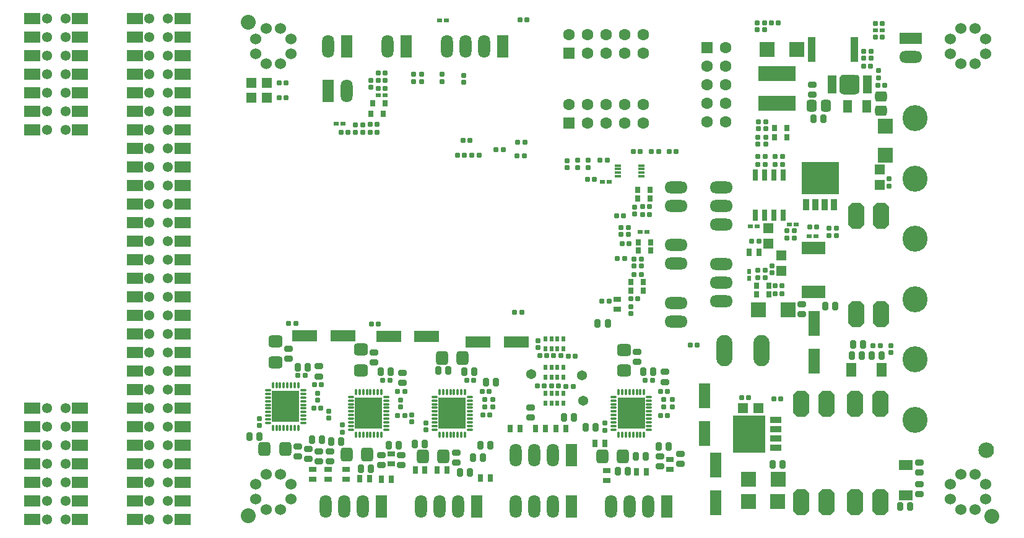
<source format=gts>
G04 Layer_Color=8388736*
%FSLAX25Y25*%
%MOIN*%
G70*
G01*
G75*
%ADD39C,0.06000*%
%ADD101C,0.03000*%
%ADD106C,0.08400*%
%ADD182C,0.06305*%
%ADD183R,0.08668X0.06305*%
G04:AMPARAMS|DCode=184|XSize=26mil|YSize=28mil|CornerRadius=6.4mil|HoleSize=0mil|Usage=FLASHONLY|Rotation=180.000|XOffset=0mil|YOffset=0mil|HoleType=Round|Shape=RoundedRectangle|*
%AMROUNDEDRECTD184*
21,1,0.02600,0.01520,0,0,180.0*
21,1,0.01320,0.02800,0,0,180.0*
1,1,0.01280,-0.00660,0.00760*
1,1,0.01280,0.00660,0.00760*
1,1,0.01280,0.00660,-0.00760*
1,1,0.01280,-0.00660,-0.00760*
%
%ADD184ROUNDEDRECTD184*%
G04:AMPARAMS|DCode=185|XSize=27.62mil|YSize=28mil|CornerRadius=6.72mil|HoleSize=0mil|Usage=FLASHONLY|Rotation=90.000|XOffset=0mil|YOffset=0mil|HoleType=Round|Shape=RoundedRectangle|*
%AMROUNDEDRECTD185*
21,1,0.02762,0.01455,0,0,90.0*
21,1,0.01417,0.02800,0,0,90.0*
1,1,0.01345,0.00728,0.00709*
1,1,0.01345,0.00728,-0.00709*
1,1,0.01345,-0.00728,-0.00709*
1,1,0.01345,-0.00728,0.00709*
%
%ADD185ROUNDEDRECTD185*%
G04:AMPARAMS|DCode=186|XSize=109mil|YSize=109mil|CornerRadius=28.25mil|HoleSize=0mil|Usage=FLASHONLY|Rotation=180.000|XOffset=0mil|YOffset=0mil|HoleType=Round|Shape=RoundedRectangle|*
%AMROUNDEDRECTD186*
21,1,0.10900,0.05250,0,0,180.0*
21,1,0.05250,0.10900,0,0,180.0*
1,1,0.05650,-0.02625,0.02625*
1,1,0.05650,0.02625,0.02625*
1,1,0.05650,0.02625,-0.02625*
1,1,0.05650,-0.02625,-0.02625*
%
%ADD186ROUNDEDRECTD186*%
%ADD187R,0.04816X0.01965*%
%ADD188R,0.03550X0.01565*%
%ADD189R,0.03038X0.03865*%
%ADD190R,0.02565X0.02368*%
%ADD191R,0.02368X0.02565*%
%ADD192R,0.03865X0.03038*%
G04:AMPARAMS|DCode=193|XSize=26mil|YSize=28mil|CornerRadius=6.4mil|HoleSize=0mil|Usage=FLASHONLY|Rotation=270.000|XOffset=0mil|YOffset=0mil|HoleType=Round|Shape=RoundedRectangle|*
%AMROUNDEDRECTD193*
21,1,0.02600,0.01520,0,0,270.0*
21,1,0.01320,0.02800,0,0,270.0*
1,1,0.01280,-0.00760,-0.00660*
1,1,0.01280,-0.00760,0.00660*
1,1,0.01280,0.00760,0.00660*
1,1,0.01280,0.00760,-0.00660*
%
%ADD193ROUNDEDRECTD193*%
%ADD194R,0.03200X0.06000*%
%ADD195R,0.20100X0.17400*%
%ADD196R,0.17400X0.20100*%
%ADD197R,0.06000X0.03200*%
G04:AMPARAMS|DCode=198|XSize=33.13mil|YSize=43.37mil|CornerRadius=7.83mil|HoleSize=0mil|Usage=FLASHONLY|Rotation=180.000|XOffset=0mil|YOffset=0mil|HoleType=Round|Shape=RoundedRectangle|*
%AMROUNDEDRECTD198*
21,1,0.03313,0.02772,0,0,180.0*
21,1,0.01748,0.04337,0,0,180.0*
1,1,0.01565,-0.00874,0.01386*
1,1,0.01565,0.00874,0.01386*
1,1,0.01565,0.00874,-0.01386*
1,1,0.01565,-0.00874,-0.01386*
%
%ADD198ROUNDEDRECTD198*%
G04:AMPARAMS|DCode=199|XSize=33.13mil|YSize=43.37mil|CornerRadius=7.83mil|HoleSize=0mil|Usage=FLASHONLY|Rotation=270.000|XOffset=0mil|YOffset=0mil|HoleType=Round|Shape=RoundedRectangle|*
%AMROUNDEDRECTD199*
21,1,0.03313,0.02772,0,0,270.0*
21,1,0.01748,0.04337,0,0,270.0*
1,1,0.01565,-0.01386,-0.00874*
1,1,0.01565,-0.01386,0.00874*
1,1,0.01565,0.01386,0.00874*
1,1,0.01565,0.01386,-0.00874*
%
%ADD199ROUNDEDRECTD199*%
%ADD200R,0.05912X0.13786*%
%ADD201R,0.13786X0.05912*%
G04:AMPARAMS|DCode=202|XSize=56mil|YSize=64mil|CornerRadius=15mil|HoleSize=0mil|Usage=FLASHONLY|Rotation=0.000|XOffset=0mil|YOffset=0mil|HoleType=Round|Shape=RoundedRectangle|*
%AMROUNDEDRECTD202*
21,1,0.05600,0.03400,0,0,0.0*
21,1,0.02600,0.06400,0,0,0.0*
1,1,0.03000,0.01300,-0.01700*
1,1,0.03000,-0.01300,-0.01700*
1,1,0.03000,-0.01300,0.01700*
1,1,0.03000,0.01300,0.01700*
%
%ADD202ROUNDEDRECTD202*%
G04:AMPARAMS|DCode=203|XSize=56mil|YSize=64mil|CornerRadius=15mil|HoleSize=0mil|Usage=FLASHONLY|Rotation=270.000|XOffset=0mil|YOffset=0mil|HoleType=Round|Shape=RoundedRectangle|*
%AMROUNDEDRECTD203*
21,1,0.05600,0.03400,0,0,270.0*
21,1,0.02600,0.06400,0,0,270.0*
1,1,0.03000,-0.01700,-0.01300*
1,1,0.03000,-0.01700,0.01300*
1,1,0.03000,0.01700,0.01300*
1,1,0.03000,0.01700,-0.01300*
%
%ADD203ROUNDEDRECTD203*%
%ADD204R,0.04731X0.07093*%
G04:AMPARAMS|DCode=205|XSize=67mil|YSize=75mil|CornerRadius=17.75mil|HoleSize=0mil|Usage=FLASHONLY|Rotation=180.000|XOffset=0mil|YOffset=0mil|HoleType=Round|Shape=RoundedRectangle|*
%AMROUNDEDRECTD205*
21,1,0.06700,0.03950,0,0,180.0*
21,1,0.03150,0.07500,0,0,180.0*
1,1,0.03550,-0.01575,0.01975*
1,1,0.03550,0.01575,0.01975*
1,1,0.03550,0.01575,-0.01975*
1,1,0.03550,-0.01575,-0.01975*
%
%ADD205ROUNDEDRECTD205*%
G04:AMPARAMS|DCode=206|XSize=67mil|YSize=75mil|CornerRadius=17.75mil|HoleSize=0mil|Usage=FLASHONLY|Rotation=90.000|XOffset=0mil|YOffset=0mil|HoleType=Round|Shape=RoundedRectangle|*
%AMROUNDEDRECTD206*
21,1,0.06700,0.03950,0,0,90.0*
21,1,0.03150,0.07500,0,0,90.0*
1,1,0.03550,0.01975,0.01575*
1,1,0.03550,0.01975,-0.01575*
1,1,0.03550,-0.01975,-0.01575*
1,1,0.03550,-0.01975,0.01575*
%
%ADD206ROUNDEDRECTD206*%
%ADD207R,0.02400X0.03000*%
%ADD208R,0.03943X0.13392*%
G04:AMPARAMS|DCode=209|XSize=80mil|YSize=80mil|CornerRadius=40mil|HoleSize=0mil|Usage=FLASHONLY|Rotation=0.000|XOffset=0mil|YOffset=0mil|HoleType=Round|Shape=RoundedRectangle|*
%AMROUNDEDRECTD209*
21,1,0.08000,0.00000,0,0,0.0*
21,1,0.00000,0.08000,0,0,0.0*
1,1,0.08000,0.00000,0.00000*
1,1,0.08000,0.00000,0.00000*
1,1,0.08000,0.00000,0.00000*
1,1,0.08000,0.00000,0.00000*
%
%ADD209ROUNDEDRECTD209*%
%ADD210R,0.02800X0.06400*%
%ADD211R,0.05200X0.05200*%
%ADD212R,0.05833X0.07487*%
%ADD213R,0.02762X0.03550*%
%ADD214R,0.08300X0.08300*%
%ADD215R,0.08300X0.08300*%
%ADD216R,0.13000X0.06700*%
%ADD217R,0.20479X0.08215*%
%ADD218R,0.05200X0.05200*%
G04:AMPARAMS|DCode=219|XSize=54mil|YSize=54mil|CornerRadius=27mil|HoleSize=0mil|Usage=FLASHONLY|Rotation=270.000|XOffset=0mil|YOffset=0mil|HoleType=Round|Shape=RoundedRectangle|*
%AMROUNDEDRECTD219*
21,1,0.05400,0.00000,0,0,270.0*
21,1,0.00000,0.05400,0,0,270.0*
1,1,0.05400,0.00000,0.00000*
1,1,0.05400,0.00000,0.00000*
1,1,0.05400,0.00000,0.00000*
1,1,0.05400,0.00000,0.00000*
%
%ADD219ROUNDEDRECTD219*%
%ADD220R,0.07487X0.05833*%
%ADD221R,0.14573X0.16542*%
%ADD222O,0.01384X0.03747*%
%ADD223O,0.03747X0.01384*%
%ADD224C,0.05439*%
%ADD225O,0.13400X0.14000*%
%ADD226R,0.06305X0.06305*%
%ADD227C,0.06305*%
%ADD228O,0.06400X0.12400*%
%ADD229R,0.06400X0.12400*%
%ADD230R,0.06305X0.06305*%
%ADD231O,0.12400X0.06400*%
%ADD232O,0.08650X0.16900*%
G04:AMPARAMS|DCode=233|XSize=137mil|YSize=87mil|CornerRadius=0mil|HoleSize=0mil|Usage=FLASHONLY|Rotation=270.000|XOffset=0mil|YOffset=0mil|HoleType=Round|Shape=Octagon|*
%AMOCTAGOND233*
4,1,8,-0.02175,-0.06850,0.02175,-0.06850,0.04350,-0.04675,0.04350,0.04675,0.02175,0.06850,-0.02175,0.06850,-0.04350,0.04675,-0.04350,-0.04675,-0.02175,-0.06850,0.0*
%
%ADD233OCTAGOND233*%

%ADD234R,0.12400X0.06400*%
%ADD235C,0.02600*%
G54D39*
X540453Y15773D02*
D03*
Y23647D02*
D03*
X534941Y29159D02*
D03*
X527067D02*
D03*
X521555Y23647D02*
D03*
Y15773D02*
D03*
X527067Y10261D02*
D03*
X534941D02*
D03*
X540453Y255931D02*
D03*
Y263805D02*
D03*
X534941Y269317D02*
D03*
X527067D02*
D03*
X521555Y263805D02*
D03*
Y255931D02*
D03*
X527067Y250419D02*
D03*
X534941D02*
D03*
X166437Y255931D02*
D03*
Y263805D02*
D03*
X160925Y269317D02*
D03*
X153051D02*
D03*
X147539Y263805D02*
D03*
Y255931D02*
D03*
X153051Y250419D02*
D03*
X160925D02*
D03*
X166437Y15773D02*
D03*
Y23647D02*
D03*
X160925Y29159D02*
D03*
X153051D02*
D03*
X147539Y23647D02*
D03*
Y15773D02*
D03*
X153051Y10261D02*
D03*
X160925D02*
D03*
G54D101*
X455491Y182877D02*
D03*
X459491D02*
D03*
Y186877D02*
D03*
X455491D02*
D03*
Y190877D02*
D03*
X459491D02*
D03*
Y194877D02*
D03*
X455491D02*
D03*
X447491D02*
D03*
X443491D02*
D03*
Y190877D02*
D03*
X447491D02*
D03*
Y186877D02*
D03*
X443491D02*
D03*
Y182877D02*
D03*
X447491D02*
D03*
X451491D02*
D03*
Y186877D02*
D03*
Y194877D02*
D03*
Y190877D02*
D03*
X410959Y50768D02*
D03*
X406959D02*
D03*
X414959D02*
D03*
X418959D02*
D03*
Y46768D02*
D03*
Y42768D02*
D03*
X414959D02*
D03*
Y46768D02*
D03*
X410959D02*
D03*
Y42768D02*
D03*
X406959D02*
D03*
Y46768D02*
D03*
Y54768D02*
D03*
Y58768D02*
D03*
X410959D02*
D03*
Y54768D02*
D03*
X414959D02*
D03*
Y58768D02*
D03*
X418959D02*
D03*
Y54768D02*
D03*
X159309Y72102D02*
D03*
X167971Y59109D02*
D03*
X163640D02*
D03*
X159309D02*
D03*
X167971Y63440D02*
D03*
X163640D02*
D03*
X159309D02*
D03*
X167971Y67771D02*
D03*
X163640D02*
D03*
X159309D02*
D03*
X167971Y72102D02*
D03*
X163640D02*
D03*
X208378Y68502D02*
D03*
X212709D02*
D03*
X204047Y64171D02*
D03*
X208378D02*
D03*
X212709D02*
D03*
X204047Y59840D02*
D03*
X208378D02*
D03*
X212709D02*
D03*
X204047Y55510D02*
D03*
X208378D02*
D03*
X212709D02*
D03*
X204047Y68502D02*
D03*
X249047D02*
D03*
X257709Y55510D02*
D03*
X253378D02*
D03*
X249047D02*
D03*
X257709Y59840D02*
D03*
X253378D02*
D03*
X249047D02*
D03*
X257709Y64171D02*
D03*
X253378D02*
D03*
X249047D02*
D03*
X257709Y68502D02*
D03*
X253378D02*
D03*
X349778D02*
D03*
X354109D02*
D03*
X345447Y64171D02*
D03*
X349778D02*
D03*
X354109D02*
D03*
X345447Y59840D02*
D03*
X349778D02*
D03*
X354109D02*
D03*
X345447Y55510D02*
D03*
X349778D02*
D03*
X354109D02*
D03*
X345447Y68502D02*
D03*
G54D106*
X540945Y42151D02*
D03*
G54D182*
X400547Y219171D02*
D03*
Y229171D02*
D03*
Y239171D02*
D03*
Y249171D02*
D03*
Y259171D02*
D03*
G54D183*
X27343Y274828D02*
D03*
X52933D02*
D03*
X27343Y264828D02*
D03*
X52933D02*
D03*
X27343Y254828D02*
D03*
X52933D02*
D03*
X27343Y244828D02*
D03*
X52933D02*
D03*
X27343Y234828D02*
D03*
X52933D02*
D03*
X27343Y224828D02*
D03*
X52933D02*
D03*
X27343Y214828D02*
D03*
X52933D02*
D03*
X82480Y64828D02*
D03*
X108071D02*
D03*
X82480Y54828D02*
D03*
X108071D02*
D03*
X82480Y44828D02*
D03*
X108071D02*
D03*
X82480Y34828D02*
D03*
X108071D02*
D03*
X82480Y24828D02*
D03*
X108071D02*
D03*
X82480Y14828D02*
D03*
X108071D02*
D03*
X82480Y4828D02*
D03*
X108071D02*
D03*
X82500Y134828D02*
D03*
X108091D02*
D03*
X82500Y124828D02*
D03*
X108091D02*
D03*
X82500Y114828D02*
D03*
X108091D02*
D03*
X82500Y104828D02*
D03*
X108091D02*
D03*
X82500Y94828D02*
D03*
X108091D02*
D03*
X82500Y84828D02*
D03*
X108091D02*
D03*
X82500Y74828D02*
D03*
X108091D02*
D03*
X82500Y204828D02*
D03*
X108091D02*
D03*
X82500Y194828D02*
D03*
X108091D02*
D03*
X82500Y184828D02*
D03*
X108091D02*
D03*
X82500Y174828D02*
D03*
X108091D02*
D03*
X82500Y164828D02*
D03*
X108091D02*
D03*
X82500Y154828D02*
D03*
X108091D02*
D03*
X82500Y144828D02*
D03*
X108091D02*
D03*
X82500Y274828D02*
D03*
X108091D02*
D03*
X82500Y264828D02*
D03*
X108091D02*
D03*
X82500Y254828D02*
D03*
X108091D02*
D03*
X82500Y244828D02*
D03*
X108091D02*
D03*
X82500Y234828D02*
D03*
X108091D02*
D03*
X82500Y224828D02*
D03*
X108091D02*
D03*
X82500Y214828D02*
D03*
X108091D02*
D03*
X27343Y64828D02*
D03*
X52933D02*
D03*
X27343Y54828D02*
D03*
X52933D02*
D03*
X27343Y44828D02*
D03*
X52933D02*
D03*
X27343Y34828D02*
D03*
X52933D02*
D03*
X27343Y24828D02*
D03*
X52933D02*
D03*
X27343Y14828D02*
D03*
X52933D02*
D03*
X27343Y4828D02*
D03*
X52933D02*
D03*
G54D184*
X480003Y98525D02*
D03*
X483793D02*
D03*
X433688Y160400D02*
D03*
X437478D02*
D03*
X259968Y201200D02*
D03*
X256178D02*
D03*
X344788Y153300D02*
D03*
X348578D02*
D03*
X433688Y156500D02*
D03*
X437478D02*
D03*
X430948Y130700D02*
D03*
X427178D02*
D03*
X369248Y60600D02*
D03*
X365478D02*
D03*
X357378Y79800D02*
D03*
X361148D02*
D03*
X365408Y73900D02*
D03*
X369178D02*
D03*
X269878Y61000D02*
D03*
X273648D02*
D03*
X261078Y79700D02*
D03*
X264848D02*
D03*
X273378Y73900D02*
D03*
X269608D02*
D03*
X227748Y60800D02*
D03*
X223978D02*
D03*
X215978Y79700D02*
D03*
X219748D02*
D03*
X223946Y73800D02*
D03*
X227716D02*
D03*
X474778Y249200D02*
D03*
X478548D02*
D03*
X344308Y162100D02*
D03*
X348078D02*
D03*
X299070Y76644D02*
D03*
X302840D02*
D03*
X304235Y92983D02*
D03*
X300465D02*
D03*
X306846Y76644D02*
D03*
X310616D02*
D03*
X311716Y92983D02*
D03*
X307946D02*
D03*
X318421Y76546D02*
D03*
X314651D02*
D03*
X315751Y92884D02*
D03*
X319521D02*
D03*
X345502Y168529D02*
D03*
X341732D02*
D03*
X182648Y64600D02*
D03*
X178878D02*
D03*
X170378Y82300D02*
D03*
X174148D02*
D03*
X179208Y77400D02*
D03*
X182978D02*
D03*
X385178Y98800D02*
D03*
X381408D02*
D03*
X293548Y274200D02*
D03*
X289778D02*
D03*
X425178Y272400D02*
D03*
X428948D02*
D03*
X205103Y217525D02*
D03*
X201313D02*
D03*
X213503Y241425D02*
D03*
X217293D02*
D03*
X213503Y245525D02*
D03*
X217293D02*
D03*
X217303Y237225D02*
D03*
X213513D02*
D03*
X481178Y264600D02*
D03*
X484968D02*
D03*
X484978Y272000D02*
D03*
X481188D02*
D03*
X427178Y126400D02*
D03*
X430968D02*
D03*
X349588Y123600D02*
D03*
X353378D02*
D03*
X344278Y158300D02*
D03*
X348068D02*
D03*
X417978Y135200D02*
D03*
X421768D02*
D03*
X421778Y139200D02*
D03*
X417988D02*
D03*
X209103Y213525D02*
D03*
X212873D02*
D03*
X197303Y213425D02*
D03*
X193533D02*
D03*
X482388Y238700D02*
D03*
X486178D02*
D03*
X427303Y200325D02*
D03*
X431093D02*
D03*
X355778Y173400D02*
D03*
X359568D02*
D03*
X414613Y154925D02*
D03*
X418403D02*
D03*
X326103Y188025D02*
D03*
X329893D02*
D03*
X445888Y162300D02*
D03*
X449678D02*
D03*
X336778Y198500D02*
D03*
X332988D02*
D03*
X426588Y69700D02*
D03*
X430378D02*
D03*
X409078Y70300D02*
D03*
X412868D02*
D03*
X351288Y136900D02*
D03*
X355078D02*
D03*
X163878Y232000D02*
D03*
X160088D02*
D03*
X359568Y169200D02*
D03*
X355778D02*
D03*
X421793Y200325D02*
D03*
X418003D02*
D03*
X431103Y196025D02*
D03*
X427313D02*
D03*
X418013D02*
D03*
X421803D02*
D03*
X354678Y203000D02*
D03*
X350888D02*
D03*
X205103Y213425D02*
D03*
X201313D02*
D03*
X212893Y217625D02*
D03*
X209103D02*
D03*
X163903Y240100D02*
D03*
X160113D02*
D03*
X209911Y109941D02*
D03*
X213701D02*
D03*
X169103Y110325D02*
D03*
X165313D02*
D03*
X346078Y145350D02*
D03*
X342288D02*
D03*
X280778Y204200D02*
D03*
X276988D02*
D03*
X290748Y116400D02*
D03*
X286958D02*
D03*
X333978Y122400D02*
D03*
X337768D02*
D03*
X288303Y200725D02*
D03*
X292093D02*
D03*
X288703Y208025D02*
D03*
X292493D02*
D03*
X267778Y201100D02*
D03*
X263988D02*
D03*
X262978Y209200D02*
D03*
X259188D02*
D03*
X364478Y203200D02*
D03*
X360688D02*
D03*
X373878Y203100D02*
D03*
X370088D02*
D03*
G54D185*
X489603Y98425D02*
D03*
Y94635D02*
D03*
G54D186*
X467346Y239258D02*
D03*
G54D187*
X476795Y235320D02*
D03*
Y237289D02*
D03*
Y239258D02*
D03*
Y241226D02*
D03*
Y243195D02*
D03*
X457898Y235320D02*
D03*
Y237289D02*
D03*
Y239258D02*
D03*
Y241226D02*
D03*
Y243195D02*
D03*
G54D188*
X355102Y189672D02*
D03*
Y191641D02*
D03*
Y193609D02*
D03*
Y195578D02*
D03*
X342504Y189672D02*
D03*
Y191641D02*
D03*
Y193609D02*
D03*
Y195578D02*
D03*
G54D189*
X418421Y148725D02*
D03*
X413185D02*
D03*
X352660Y30300D02*
D03*
X357896D02*
D03*
X309160Y53800D02*
D03*
X314396D02*
D03*
X298260D02*
D03*
X303496D02*
D03*
X284560D02*
D03*
X289796D02*
D03*
X250421Y31425D02*
D03*
X245185D02*
D03*
X335596Y45600D02*
D03*
X330360D02*
D03*
X203685Y26625D02*
D03*
X208921D02*
D03*
X215285Y26525D02*
D03*
X220521D02*
D03*
X233385Y31425D02*
D03*
X238621D02*
D03*
X268685Y27025D02*
D03*
X273921D02*
D03*
G54D190*
X413833Y162825D02*
D03*
X417573D02*
D03*
X246608Y273850D02*
D03*
X250348D02*
D03*
X190808Y217950D02*
D03*
X194548D02*
D03*
X358248Y159600D02*
D03*
X354508D02*
D03*
X434933Y163925D02*
D03*
X438673D02*
D03*
X449348Y157500D02*
D03*
X445608D02*
D03*
X213533Y233425D02*
D03*
X217273D02*
D03*
X334058Y186600D02*
D03*
X337798D02*
D03*
X481108Y268300D02*
D03*
X484848D02*
D03*
G54D191*
X413303Y138495D02*
D03*
Y134755D02*
D03*
G54D192*
X370678Y37118D02*
D03*
Y31882D02*
D03*
X336578Y31018D02*
D03*
Y25782D02*
D03*
X186603Y31643D02*
D03*
Y26407D02*
D03*
X342178Y118082D02*
D03*
Y123318D02*
D03*
X178303Y31643D02*
D03*
Y26407D02*
D03*
X196103Y31625D02*
D03*
Y26389D02*
D03*
X220603Y39943D02*
D03*
Y34707D02*
D03*
G54D193*
X460303Y161615D02*
D03*
Y157825D02*
D03*
X456203Y161615D02*
D03*
Y157825D02*
D03*
X422078Y215450D02*
D03*
Y219220D02*
D03*
X367078Y69270D02*
D03*
Y65500D02*
D03*
X335578Y56684D02*
D03*
Y52914D02*
D03*
X270768Y69291D02*
D03*
Y65521D02*
D03*
X239178Y53030D02*
D03*
Y56800D02*
D03*
X225687Y69152D02*
D03*
Y65382D02*
D03*
X194078Y55700D02*
D03*
Y51930D02*
D03*
X180978Y69100D02*
D03*
Y72870D02*
D03*
X149478Y55330D02*
D03*
Y59100D02*
D03*
X209403Y237725D02*
D03*
Y241515D02*
D03*
X418078Y219240D02*
D03*
Y215450D02*
D03*
X417403Y268635D02*
D03*
Y272425D02*
D03*
X421403Y268635D02*
D03*
Y272425D02*
D03*
X351178Y141410D02*
D03*
Y145200D02*
D03*
X422128Y207000D02*
D03*
Y210790D02*
D03*
X236803Y244625D02*
D03*
Y240855D02*
D03*
X371878Y69300D02*
D03*
Y65510D02*
D03*
X275378D02*
D03*
Y69300D02*
D03*
X231678Y61200D02*
D03*
Y57410D02*
D03*
X478978Y257190D02*
D03*
Y253400D02*
D03*
X474978Y253410D02*
D03*
Y257200D02*
D03*
X482778Y242910D02*
D03*
Y246700D02*
D03*
X351578Y173190D02*
D03*
Y169400D02*
D03*
X349578Y115800D02*
D03*
Y119590D02*
D03*
X355278Y141410D02*
D03*
Y145200D02*
D03*
X425578Y137700D02*
D03*
Y141490D02*
D03*
X488603Y184535D02*
D03*
Y188325D02*
D03*
X186778Y63200D02*
D03*
Y59410D02*
D03*
X418028Y207000D02*
D03*
Y210790D02*
D03*
X232703Y244625D02*
D03*
Y240835D02*
D03*
X299703Y97325D02*
D03*
Y101115D02*
D03*
X248003Y240825D02*
D03*
Y244615D02*
D03*
X326678Y198300D02*
D03*
Y194510D02*
D03*
X320978Y198300D02*
D03*
Y194510D02*
D03*
X315178Y198200D02*
D03*
Y194410D02*
D03*
X259603Y244225D02*
D03*
Y240435D02*
D03*
G54D194*
X443991Y174338D02*
D03*
X448991D02*
D03*
X453991D02*
D03*
X458991D02*
D03*
G54D195*
X451491Y188777D02*
D03*
G54D196*
X413059Y50768D02*
D03*
G54D197*
X427498Y58268D02*
D03*
Y53268D02*
D03*
Y48268D02*
D03*
Y43268D02*
D03*
G54D198*
X352101Y38900D02*
D03*
X357455D02*
D03*
X330555Y54300D02*
D03*
X325201D02*
D03*
X347855Y30700D02*
D03*
X342501D02*
D03*
X361455Y84500D02*
D03*
X356101D02*
D03*
X364501Y44100D02*
D03*
X369855D02*
D03*
X233301Y45500D02*
D03*
X238655D02*
D03*
X264401Y38200D02*
D03*
X269755D02*
D03*
X246001Y85100D02*
D03*
X251355D02*
D03*
X318855Y59700D02*
D03*
X313501D02*
D03*
X271401Y78700D02*
D03*
X276755D02*
D03*
X259801Y84400D02*
D03*
X265155D02*
D03*
X273855Y44800D02*
D03*
X268501D02*
D03*
X214901Y84400D02*
D03*
X220255D02*
D03*
X224655Y44700D02*
D03*
X219301D02*
D03*
X209655Y32000D02*
D03*
X204301D02*
D03*
X193580Y46925D02*
D03*
X188226D02*
D03*
X257501Y30200D02*
D03*
X262855D02*
D03*
X469351Y98950D02*
D03*
X474706D02*
D03*
X468601Y93200D02*
D03*
X473955D02*
D03*
X479301D02*
D03*
X484655D02*
D03*
X453355Y220700D02*
D03*
X448001D02*
D03*
X459655Y119700D02*
D03*
X454301D02*
D03*
X431155Y34400D02*
D03*
X425801D02*
D03*
X170301Y86900D02*
D03*
X175655D02*
D03*
X183255Y47900D02*
D03*
X177901D02*
D03*
X149555Y49500D02*
D03*
X144201D02*
D03*
X337055Y110500D02*
D03*
X331701D02*
D03*
X499955Y11800D02*
D03*
X494601D02*
D03*
G54D199*
X352778Y94977D02*
D03*
Y89623D02*
D03*
X365078Y38700D02*
D03*
Y33346D02*
D03*
X376278Y40077D02*
D03*
Y34723D02*
D03*
X367878Y84277D02*
D03*
Y78923D02*
D03*
X255503Y35548D02*
D03*
Y40902D02*
D03*
X295478Y59723D02*
D03*
Y65077D02*
D03*
X215203Y33948D02*
D03*
Y39302D02*
D03*
X211178Y94877D02*
D03*
Y89523D02*
D03*
X226003Y33948D02*
D03*
Y39302D02*
D03*
X226478Y83877D02*
D03*
Y78523D02*
D03*
X441578Y120677D02*
D03*
Y115323D02*
D03*
X447178Y233823D02*
D03*
Y239177D02*
D03*
X170178Y44177D02*
D03*
Y38823D02*
D03*
X175878Y37423D02*
D03*
Y42777D02*
D03*
X165178Y96777D02*
D03*
Y91423D02*
D03*
X181628Y36046D02*
D03*
Y41400D02*
D03*
X187428Y41377D02*
D03*
Y36023D02*
D03*
X181578Y81923D02*
D03*
Y87277D02*
D03*
X504978Y35477D02*
D03*
Y30123D02*
D03*
Y23677D02*
D03*
Y18323D02*
D03*
G54D200*
X395178Y34236D02*
D03*
Y13764D02*
D03*
X389278Y71436D02*
D03*
Y50964D02*
D03*
X448378Y110436D02*
D03*
Y89964D02*
D03*
G54D201*
X267305Y100500D02*
D03*
X287778D02*
D03*
X219103Y103325D02*
D03*
X239576D02*
D03*
X173942Y103700D02*
D03*
X194414D02*
D03*
G54D202*
X446938Y227600D02*
D03*
X454478D02*
D03*
G54D203*
X484378Y225200D02*
D03*
Y232740D02*
D03*
G54D204*
X476594Y227500D02*
D03*
X466161D02*
D03*
G54D205*
X334178Y38800D02*
D03*
X345376D02*
D03*
X247805Y91925D02*
D03*
X259003D02*
D03*
X207602Y39625D02*
D03*
X196403D02*
D03*
X237503Y38725D02*
D03*
X248702D02*
D03*
X152278Y42700D02*
D03*
X163476D02*
D03*
G54D206*
X345903Y96225D02*
D03*
Y85027D02*
D03*
X204378Y85202D02*
D03*
Y96400D02*
D03*
X158378Y89402D02*
D03*
Y100600D02*
D03*
G54D207*
X313175Y67350D02*
D03*
X310025D02*
D03*
X306850D02*
D03*
X303650D02*
D03*
Y72707D02*
D03*
X306850D02*
D03*
X310025D02*
D03*
X313175D02*
D03*
Y86683D02*
D03*
X310025D02*
D03*
X306850D02*
D03*
X303650D02*
D03*
Y81326D02*
D03*
X306850D02*
D03*
X310025D02*
D03*
X313175D02*
D03*
Y96877D02*
D03*
X310025D02*
D03*
X306850D02*
D03*
X303650D02*
D03*
Y102235D02*
D03*
X306850D02*
D03*
X310025D02*
D03*
X313175D02*
D03*
G54D208*
X446764Y258100D02*
D03*
X469992D02*
D03*
G54D209*
X143701Y6816D02*
D03*
X543996Y6423D02*
D03*
X143701Y272860D02*
D03*
G54D210*
X416678Y168715D02*
D03*
X421678D02*
D03*
X431678D02*
D03*
X416678Y190442D02*
D03*
X421678D02*
D03*
X431678D02*
D03*
X426678Y168715D02*
D03*
Y190442D02*
D03*
G54D211*
X153512Y240100D02*
D03*
X145178D02*
D03*
X153512Y232100D02*
D03*
X145178D02*
D03*
X409744Y64600D02*
D03*
X418078D02*
D03*
G54D212*
X484588Y85400D02*
D03*
X468368D02*
D03*
G54D213*
X360124Y154200D02*
D03*
X353432D02*
D03*
X353232Y182300D02*
D03*
X359924D02*
D03*
X353232Y177700D02*
D03*
X359924D02*
D03*
X360124Y149600D02*
D03*
X353432D02*
D03*
X349485Y128000D02*
D03*
X356178D02*
D03*
X349431Y132600D02*
D03*
X356124D02*
D03*
X426757Y210725D02*
D03*
X433450D02*
D03*
X417232Y126200D02*
D03*
X423924D02*
D03*
X417232Y130800D02*
D03*
X423924D02*
D03*
X426757Y215625D02*
D03*
X433450D02*
D03*
X209457Y223325D02*
D03*
X216150D02*
D03*
X210657Y229225D02*
D03*
X217350D02*
D03*
G54D214*
X438778Y258100D02*
D03*
X423004D02*
D03*
X412950Y26368D02*
D03*
X428724D02*
D03*
X418378Y117900D02*
D03*
X434152D02*
D03*
X428633Y14383D02*
D03*
X412859D02*
D03*
G54D215*
X486603Y216825D02*
D03*
Y201051D02*
D03*
G54D216*
X447811Y151119D02*
D03*
Y127408D02*
D03*
G54D217*
X428078Y229226D02*
D03*
Y244974D02*
D03*
G54D218*
X430578Y138766D02*
D03*
Y147100D02*
D03*
X423703Y153291D02*
D03*
Y161625D02*
D03*
X483603Y185091D02*
D03*
Y193425D02*
D03*
G54D219*
X323278Y82400D02*
D03*
X323978Y68700D02*
D03*
X295950Y83140D02*
D03*
G54D220*
X497578Y17790D02*
D03*
Y34010D02*
D03*
G54D221*
X163640Y65605D02*
D03*
X208378Y62006D02*
D03*
X253378D02*
D03*
X349778D02*
D03*
G54D222*
X156750Y77121D02*
D03*
X158719D02*
D03*
X160687D02*
D03*
X162656D02*
D03*
X164624D02*
D03*
X166593D02*
D03*
X168561D02*
D03*
X170530D02*
D03*
Y54090D02*
D03*
X168561D02*
D03*
X166593D02*
D03*
X164624D02*
D03*
X162656D02*
D03*
X160687D02*
D03*
X158719D02*
D03*
X156750D02*
D03*
X201488Y50490D02*
D03*
X203457D02*
D03*
X205425D02*
D03*
X207394D02*
D03*
X209362D02*
D03*
X211331D02*
D03*
X213299D02*
D03*
X215268D02*
D03*
Y73521D02*
D03*
X213299D02*
D03*
X211331D02*
D03*
X209362D02*
D03*
X207394D02*
D03*
X205425D02*
D03*
X203457D02*
D03*
X201488D02*
D03*
X246488D02*
D03*
X248457D02*
D03*
X250425D02*
D03*
X252394D02*
D03*
X254362D02*
D03*
X256331D02*
D03*
X258299D02*
D03*
X260268D02*
D03*
Y50490D02*
D03*
X258299D02*
D03*
X256331D02*
D03*
X254362D02*
D03*
X252394D02*
D03*
X250425D02*
D03*
X248457D02*
D03*
X246488D02*
D03*
X342888D02*
D03*
X344857D02*
D03*
X346825D02*
D03*
X348794D02*
D03*
X350762D02*
D03*
X352731D02*
D03*
X354699D02*
D03*
X356668D02*
D03*
Y73521D02*
D03*
X354699D02*
D03*
X352731D02*
D03*
X350762D02*
D03*
X348794D02*
D03*
X346825D02*
D03*
X344857D02*
D03*
X342888D02*
D03*
G54D223*
X173207Y74464D02*
D03*
Y72495D02*
D03*
Y70527D02*
D03*
Y68558D02*
D03*
Y66590D02*
D03*
Y64621D02*
D03*
Y62653D02*
D03*
Y60684D02*
D03*
Y58716D02*
D03*
Y56747D02*
D03*
X154073D02*
D03*
Y58716D02*
D03*
Y60684D02*
D03*
Y62653D02*
D03*
Y64621D02*
D03*
Y66590D02*
D03*
Y68558D02*
D03*
Y70527D02*
D03*
Y72495D02*
D03*
Y74464D02*
D03*
X198811Y70864D02*
D03*
Y68895D02*
D03*
Y66927D02*
D03*
Y64958D02*
D03*
Y62990D02*
D03*
Y61021D02*
D03*
Y59053D02*
D03*
Y57084D02*
D03*
Y55116D02*
D03*
Y53147D02*
D03*
X217945D02*
D03*
Y55116D02*
D03*
Y57084D02*
D03*
Y59053D02*
D03*
Y61021D02*
D03*
Y62990D02*
D03*
Y64958D02*
D03*
Y66927D02*
D03*
Y68895D02*
D03*
Y70864D02*
D03*
X262945D02*
D03*
Y68895D02*
D03*
Y66927D02*
D03*
Y64958D02*
D03*
Y62990D02*
D03*
Y61021D02*
D03*
Y59053D02*
D03*
Y57084D02*
D03*
Y55116D02*
D03*
Y53147D02*
D03*
X243811D02*
D03*
Y55116D02*
D03*
Y57084D02*
D03*
Y59053D02*
D03*
Y61021D02*
D03*
Y62990D02*
D03*
Y64958D02*
D03*
Y66927D02*
D03*
Y68895D02*
D03*
Y70864D02*
D03*
X340211D02*
D03*
Y68895D02*
D03*
Y66927D02*
D03*
Y64958D02*
D03*
Y62990D02*
D03*
Y61021D02*
D03*
Y59053D02*
D03*
Y57084D02*
D03*
Y55116D02*
D03*
Y53147D02*
D03*
X359345D02*
D03*
Y55116D02*
D03*
Y57084D02*
D03*
Y59053D02*
D03*
Y61021D02*
D03*
Y62990D02*
D03*
Y64958D02*
D03*
Y66927D02*
D03*
Y68895D02*
D03*
Y70864D02*
D03*
G54D224*
X45138Y214828D02*
D03*
X35138D02*
D03*
X45138Y224828D02*
D03*
X35138D02*
D03*
X45138Y234828D02*
D03*
X35138D02*
D03*
X45138Y244828D02*
D03*
X35138D02*
D03*
X45138Y254828D02*
D03*
X35138D02*
D03*
X45138Y264828D02*
D03*
X35138D02*
D03*
X45138Y274828D02*
D03*
X35138D02*
D03*
X100276Y4828D02*
D03*
X90276D02*
D03*
X100276Y14828D02*
D03*
X90276D02*
D03*
X100276Y24828D02*
D03*
X90276D02*
D03*
X100276Y34828D02*
D03*
X90276D02*
D03*
X100276Y44828D02*
D03*
X90276D02*
D03*
X100276Y54828D02*
D03*
X90276D02*
D03*
X100276Y64828D02*
D03*
X90276D02*
D03*
X100295Y74828D02*
D03*
X90295D02*
D03*
X100295Y84828D02*
D03*
X90295D02*
D03*
X100295Y94828D02*
D03*
X90295D02*
D03*
X100295Y104828D02*
D03*
X90295D02*
D03*
X100295Y114828D02*
D03*
X90295D02*
D03*
X100295Y124828D02*
D03*
X90295D02*
D03*
X100295Y134828D02*
D03*
X90295D02*
D03*
X100295Y144828D02*
D03*
X90295D02*
D03*
X100295Y154828D02*
D03*
X90295D02*
D03*
X100295Y164828D02*
D03*
X90295D02*
D03*
X100295Y174828D02*
D03*
X90295D02*
D03*
X100295Y184828D02*
D03*
X90295D02*
D03*
X100295Y194828D02*
D03*
X90295D02*
D03*
X100295Y204828D02*
D03*
X90295D02*
D03*
X100295Y214828D02*
D03*
X90295D02*
D03*
X100295Y224828D02*
D03*
X90295D02*
D03*
X100295Y234828D02*
D03*
X90295D02*
D03*
X100295Y244828D02*
D03*
X90295D02*
D03*
X100295Y254828D02*
D03*
X90295D02*
D03*
X100295Y264828D02*
D03*
X90295D02*
D03*
X100295Y274828D02*
D03*
X90295D02*
D03*
X45138Y4828D02*
D03*
X35138D02*
D03*
X45138Y14828D02*
D03*
X35138D02*
D03*
X45138Y24828D02*
D03*
X35138D02*
D03*
X45138Y34828D02*
D03*
X35138D02*
D03*
X45138Y44828D02*
D03*
X35138D02*
D03*
X45138Y54828D02*
D03*
X35138D02*
D03*
X45138Y64828D02*
D03*
X35138D02*
D03*
G54D225*
X502578Y221050D02*
D03*
Y188550D02*
D03*
Y156050D02*
D03*
Y123550D02*
D03*
Y91050D02*
D03*
Y58550D02*
D03*
G54D226*
X390546Y259171D02*
D03*
G54D227*
Y249171D02*
D03*
Y239171D02*
D03*
Y229171D02*
D03*
Y219171D02*
D03*
X356278Y228500D02*
D03*
Y218500D02*
D03*
X346278Y228500D02*
D03*
Y218500D02*
D03*
X336278Y228500D02*
D03*
Y218500D02*
D03*
X326278Y228500D02*
D03*
Y218500D02*
D03*
X316278Y228500D02*
D03*
X356278Y266000D02*
D03*
Y256000D02*
D03*
X346278Y266000D02*
D03*
Y256000D02*
D03*
X336278Y266000D02*
D03*
Y256000D02*
D03*
X326278Y266000D02*
D03*
Y256000D02*
D03*
X316278Y266000D02*
D03*
G54D228*
X185303Y11825D02*
D03*
X195303D02*
D03*
X205303D02*
D03*
X256484D02*
D03*
X246484D02*
D03*
X236484D02*
D03*
X287665Y39384D02*
D03*
X297665D02*
D03*
X307665D02*
D03*
Y11825D02*
D03*
X297665D02*
D03*
X287665D02*
D03*
X338886Y11865D02*
D03*
X348886D02*
D03*
X358886D02*
D03*
X270498Y259868D02*
D03*
X260498D02*
D03*
X250498D02*
D03*
X218703Y259825D02*
D03*
X186603D02*
D03*
X196603Y235725D02*
D03*
G54D229*
X215303Y11825D02*
D03*
X266484D02*
D03*
X317665Y39384D02*
D03*
Y11825D02*
D03*
X368886Y11865D02*
D03*
X280498Y259868D02*
D03*
X228703Y259825D02*
D03*
X196603D02*
D03*
X186603Y235725D02*
D03*
G54D230*
X316278Y218500D02*
D03*
Y256000D02*
D03*
G54D231*
X398178Y142300D02*
D03*
Y132300D02*
D03*
Y122300D02*
D03*
X398278Y183700D02*
D03*
Y173700D02*
D03*
Y163700D02*
D03*
X373917Y173765D02*
D03*
Y183765D02*
D03*
Y111561D02*
D03*
Y121561D02*
D03*
X500378Y254200D02*
D03*
X373917Y142663D02*
D03*
Y152663D02*
D03*
G54D232*
X419978Y95900D02*
D03*
X399978D02*
D03*
G54D233*
X454773Y67139D02*
D03*
X441373D02*
D03*
Y14139D02*
D03*
X454773D02*
D03*
X470878Y168400D02*
D03*
X484278D02*
D03*
Y115400D02*
D03*
X470878D02*
D03*
X483778Y67100D02*
D03*
X470378D02*
D03*
Y14100D02*
D03*
X483778D02*
D03*
G54D234*
X500378Y264200D02*
D03*
G54D235*
X467346Y239258D02*
D03*
X463410D02*
D03*
Y243195D02*
D03*
X467346D02*
D03*
X471283D02*
D03*
Y239258D02*
D03*
Y235320D02*
D03*
X467346D02*
D03*
X463410D02*
D03*
M02*

</source>
